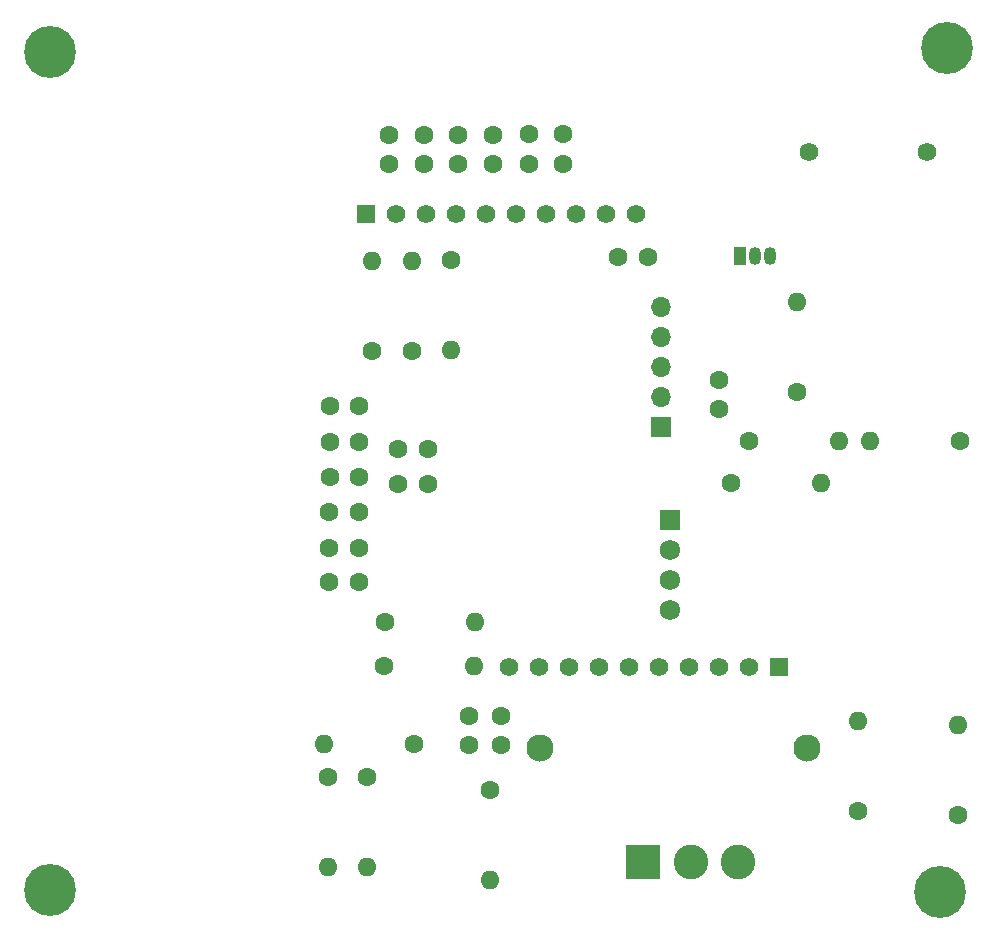
<source format=gbs>
G04 #@! TF.GenerationSoftware,KiCad,Pcbnew,8.0.8*
G04 #@! TF.CreationDate,2025-04-14T10:59:08+01:00*
G04 #@! TF.ProjectId,Bat-mon_v1,4261742d-6d6f-46e5-9f76-312e6b696361,rev?*
G04 #@! TF.SameCoordinates,Original*
G04 #@! TF.FileFunction,Soldermask,Bot*
G04 #@! TF.FilePolarity,Negative*
%FSLAX46Y46*%
G04 Gerber Fmt 4.6, Leading zero omitted, Abs format (unit mm)*
G04 Created by KiCad (PCBNEW 8.0.8) date 2025-04-14 10:59:08*
%MOMM*%
%LPD*%
G01*
G04 APERTURE LIST*
%ADD10C,0.700000*%
%ADD11C,4.400000*%
%ADD12C,1.600000*%
%ADD13O,1.600000X1.600000*%
%ADD14R,1.050000X1.500000*%
%ADD15O,1.050000X1.500000*%
%ADD16C,1.580000*%
%ADD17C,2.300000*%
%ADD18R,1.575000X1.575000*%
%ADD19C,1.575000*%
%ADD20R,1.700000X1.700000*%
%ADD21O,1.700000X1.700000*%
%ADD22R,2.925000X2.925000*%
%ADD23C,2.925000*%
%ADD24R,1.725000X1.725000*%
%ADD25C,1.725000*%
G04 APERTURE END LIST*
D10*
X98350000Y-99200000D03*
X98833274Y-98033274D03*
X98833274Y-100366726D03*
X100000000Y-97550000D03*
D11*
X100000000Y-99200000D03*
D10*
X100000000Y-100850000D03*
X101166726Y-98033274D03*
X101166726Y-100366726D03*
X101650000Y-99200000D03*
D12*
X93026726Y-92336726D03*
D13*
X93026726Y-84716726D03*
D12*
X62866726Y-86791726D03*
X62866726Y-84291726D03*
D10*
X22966726Y-99066726D03*
X23450000Y-97900000D03*
X23450000Y-100233452D03*
X24616726Y-97416726D03*
D11*
X24616726Y-99066726D03*
D10*
X24616726Y-100716726D03*
X25783452Y-97900000D03*
X25783452Y-100233452D03*
X26266726Y-99066726D03*
D14*
X83076726Y-45426726D03*
D15*
X84346726Y-45426726D03*
X85616726Y-45426726D03*
D12*
X53006726Y-76366726D03*
D13*
X60626726Y-76366726D03*
D12*
X68066726Y-37566726D03*
X68066726Y-35066726D03*
X50816726Y-58116726D03*
X48316726Y-58116726D03*
X53366726Y-37616726D03*
X53366726Y-35116726D03*
X55466726Y-86716726D03*
D13*
X47846726Y-86716726D03*
D12*
X56616726Y-64716726D03*
X54116726Y-64716726D03*
X50816726Y-64116726D03*
X48316726Y-64116726D03*
X50816726Y-61116726D03*
X48316726Y-61116726D03*
X87866726Y-56926726D03*
D13*
X87866726Y-49306726D03*
D12*
X50766726Y-70066726D03*
X48266726Y-70066726D03*
X65216726Y-37566726D03*
X65216726Y-35066726D03*
X51866726Y-53426726D03*
D13*
X51866726Y-45806726D03*
D16*
X98866726Y-36566726D03*
X88866726Y-36566726D03*
D12*
X52946726Y-80116726D03*
D13*
X60566726Y-80116726D03*
D12*
X82266726Y-64566726D03*
D13*
X89886726Y-64566726D03*
D12*
X50766726Y-72966726D03*
X48266726Y-72966726D03*
D17*
X66116726Y-87066726D03*
X88716726Y-87066726D03*
D18*
X51436726Y-41816726D03*
D19*
X53976726Y-41816726D03*
X56516726Y-41816726D03*
X59056726Y-41816726D03*
X61596726Y-41816726D03*
X64136726Y-41816726D03*
X66676726Y-41816726D03*
X69216726Y-41816726D03*
X71756726Y-41816726D03*
X74296726Y-41816726D03*
D12*
X56266726Y-37616726D03*
X56266726Y-35116726D03*
X101726726Y-61016726D03*
D13*
X94106726Y-61016726D03*
D12*
X61916726Y-90606726D03*
D13*
X61916726Y-98226726D03*
D10*
X98916726Y-27766726D03*
X99400000Y-26600000D03*
X99400000Y-28933452D03*
X100566726Y-26116726D03*
D11*
X100566726Y-27766726D03*
D10*
X100566726Y-29416726D03*
X101733452Y-26600000D03*
X101733452Y-28933452D03*
X102216726Y-27766726D03*
D12*
X59166726Y-37616726D03*
X59166726Y-35116726D03*
D10*
X22966726Y-28116726D03*
X23450000Y-26950000D03*
X23450000Y-29283452D03*
X24616726Y-26466726D03*
D11*
X24616726Y-28116726D03*
D10*
X24616726Y-29766726D03*
X25783452Y-26950000D03*
X25783452Y-29283452D03*
X26266726Y-28116726D03*
D20*
X76366726Y-59856726D03*
D21*
X76366726Y-57316726D03*
X76366726Y-54776726D03*
X76366726Y-52236726D03*
X76366726Y-49696726D03*
D12*
X62166726Y-37616726D03*
X62166726Y-35116726D03*
D18*
X86346726Y-80166726D03*
D19*
X83806726Y-80166726D03*
X81266726Y-80166726D03*
X78726726Y-80166726D03*
X76186726Y-80166726D03*
X73646726Y-80166726D03*
X71106726Y-80166726D03*
X68566726Y-80166726D03*
X66026726Y-80166726D03*
X63486726Y-80166726D03*
D12*
X60116726Y-84291726D03*
X60116726Y-86791726D03*
X56616726Y-61716726D03*
X54116726Y-61716726D03*
X55266726Y-53426726D03*
D13*
X55266726Y-45806726D03*
D12*
X81266726Y-55866726D03*
X81266726Y-58366726D03*
D22*
X74886726Y-96716726D03*
D23*
X78886726Y-96716726D03*
X82886726Y-96716726D03*
D12*
X58616726Y-45756726D03*
D13*
X58616726Y-53376726D03*
D12*
X51466726Y-89496726D03*
D13*
X51466726Y-97116726D03*
D12*
X83806726Y-61066726D03*
D13*
X91426726Y-61066726D03*
D12*
X75266726Y-45466726D03*
X72766726Y-45466726D03*
X101516726Y-92736726D03*
D13*
X101516726Y-85116726D03*
D12*
X48216726Y-89496726D03*
D13*
X48216726Y-97116726D03*
D24*
X77116726Y-67736726D03*
D25*
X77116726Y-70276726D03*
X77116726Y-72816726D03*
X77116726Y-75356726D03*
D12*
X50766726Y-67066726D03*
X48266726Y-67066726D03*
M02*

</source>
